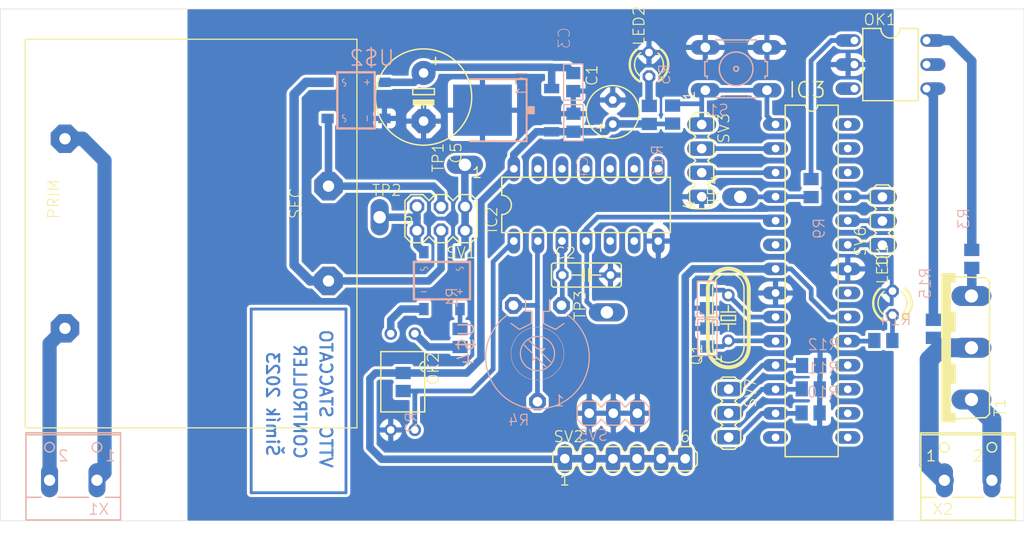
<source format=kicad_pcb>
(kicad_pcb (version 20240108) (generator "pcbnew") (generator_version "8.0")
  (layers (0 "F.Cu" signal) (31 "B.Cu" signal) (34 "B.Paste" user) (35 "F.Paste" user) (36 "B.SilkS" user "B.Silkscreen") (37 "F.SilkS" user "F.Silkscreen") (38 "B.Mask" user) (39 "F.Mask" user) (44 "Edge.Cuts" user))
  (net 0 "")
  (net 1 "N$1")
  (net 2 "N$2")
  (net 3 "N$3")
  (net 4 "N$4")
  (net 5 "+5V")
  (net 6 "GND")
  (net 7 "N$6")
  (net 8 "N$7")
  (net 9 "N$8")
  (net 10 "N$10")
  (net 11 "N$11")
  (net 12 "N$12")
  (net 13 "N$15")
  (net 14 "N$16")
  (net 15 "N$18")
  (net 16 "N$5")
  (net 17 "N$22")
  (net 18 "N$23")
  (net 19 "N$9")
  (net 20 "N$24")
  (net 21 "N$25")
  (net 22 "N$26")
  (net 23 "N$27")
  (net 24 "N$28")
  (net 25 "N$29")
  (net 26 "N$30")
  (net 27 "N$31")
  (net 28 "N$13")
  (net 29 "N$14")
  (net 30 "N$32")
  (net 31 "N$33")
  (net 32 "N$34")
  (net 33 "N$17")
  (net 34 "N$35")
  (net 35 "N$37")
  (net 36 "N$19")
  (net 37 "N$20")
  (net 38 "N$21")
  (footprint "staccato:MA03-1" (layer "F.Cu") (at 171.3481 120.6446 -90)
    (property "Reference" "SV7" (at -3.81 -1.651 90) (layer "F.SilkS") (effects (font (size 1.1557 1.1557) (thickness 0.1143)) (justify right top)))
    (property "Value" "")
    (fp_text user "1" (at -5.08 0.635 -90) (layer "F.SilkS") (effects (font (size 1.143 1.143) (thickness 0.127)) (justify left bottom)))
    (pad "1" thru_hole oval (at -2.54 0) (size 3.048 1.524) (drill 1.016) (layers "*.Cu" "*.Mask") (net 20 "N$24"))
    (pad "2" thru_hole oval (at 0 0) (size 3.048 1.524) (drill 1.016) (layers "*.Cu" "*.Mask") (net 21 "N$25"))
    (pad "3" thru_hole oval (at 2.54 0) (size 3.048 1.524) (drill 1.016) (layers "*.Cu" "*.Mask") (net 22 "N$26"))
  )
  (footprint "staccato:P1-13Y" (layer "F.Cu") (at 172.5741 97.8246 90)
    (property "Reference" "TP4" (at -0.889 -2.159 90) (layer "F.SilkS") (effects (font (size 1.1557 1.1557) (thickness 0.1143)) (justify left bottom)))
    (property "Value" "TPSQPAD1-13Y")
    (pad "TP" thru_hole oval (at 0 0 180) (size 3.81 1.905) (drill 1.3208) (layers "*.Cu" "*.Mask") (net 18 "N$23"))
  )
  (footprint "staccato:E5-10,5" (layer "F.Cu") (at 139.1611 87.2936 -90)
    (property "Reference" "C5" (at 4.699 -2.7432 90) (layer "F.SilkS") (effects (font (size 1.1557 1.1557) (thickness 0.1143)) (justify right top)))
    (property "Value" "470u")
    (pad "+" thru_hole circle (at -2.54 0 270) (size 2.54 2.54) (drill 1.016) (layers "*.Cu" "*.Mask") (net 13 "N$15"))
    (pad "-" thru_hole roundrect (at 2.54 0 270) (size 2.54 2.54) (drill 1.016) (layers "*.Cu" "*.Mask") (chamfer_ratio 0.2928932188) (chamfer top_left top_right bottom_left bottom_right) (net 6 "GND"))
  )
  (footprint "staccato:MA03-2" (layer "F.Cu") (at 141.0011 100.1206 180)
    (property "Reference" "SV1" (at -3.81 -2.921 0) (layer "F.SilkS") (effects (font (size 1.1557 1.1557) (thickness 0.1143)) (justify right top)))
    (property "Value" "")
    (fp_text user "1" (at -3.175 4.191 180) (layer "F.SilkS") (effects (font (size 1.143 1.143) (thickness 0.127)) (justify left bottom)))
    (fp_text user "6" (at 4.064 -0.635 180) (layer "F.SilkS") (effects (font (size 1.143 1.143) (thickness 0.127)) (justify left bottom)))
    (pad "1" thru_hole circle (at -2.54 1.27 180) (size 1.524 1.524) (drill 1.016) (layers "*.Cu" "*.Mask") (net 27 "N$31"))
    (pad "2" thru_hole roundrect (at -2.54 -1.27 180) (size 1.524 1.524) (drill 1.016) (layers "*.Cu" "*.Mask") (chamfer_ratio 0.2928932188) (chamfer top_left top_right bottom_left bottom_right) (net 27 "N$31"))
    (pad "3" thru_hole roundrect (at 0 1.27 180) (size 1.524 1.524) (drill 1.016) (layers "*.Cu" "*.Mask") (chamfer_ratio 0.2928932188) (chamfer top_left top_right bottom_left bottom_right) (net 1 "N$1"))
    (pad "4" thru_hole roundrect (at 0 -1.27 180) (size 1.524 1.524) (drill 1.016) (layers "*.Cu" "*.Mask") (chamfer_ratio 0.2928932188) (chamfer top_left top_right bottom_left bottom_right) (net 2 "N$2"))
    (pad "5" thru_hole roundrect (at 2.54 1.27 180) (size 1.524 1.524) (drill 1.016) (layers "*.Cu" "*.Mask") (chamfer_ratio 0.2928932188) (chamfer top_left top_right bottom_left bottom_right) (net 26 "N$30"))
    (pad "6" thru_hole roundrect (at 2.54 -1.27 180) (size 1.524 1.524) (drill 1.016) (layers "*.Cu" "*.Mask") (chamfer_ratio 0.2928932188) (chamfer top_left top_right bottom_left bottom_right) (net 26 "N$30"))
  )
  (footprint "staccato:DIL14" (layer "F.Cu") (at 156.3011 98.6756)
    (property "Reference" "IC2" (at -9.271 3.048 90) (layer "F.SilkS") (effects (font (size 1.1557 1.1557) (thickness 0.1143)) (justify left bottom)))
    (property "Value" "74HCT14N")
    (pad "1" thru_hole oval (at -7.62 3.81 90) (size 2.6416 1.3208) (drill 0.8128) (layers "*.Cu" "*.Mask") (net 7 "N$6"))
    (pad "2" thru_hole oval (at -5.08 3.81 90) (size 2.6416 1.3208) (drill 0.8128) (layers "*.Cu" "*.Mask") (net 11 "N$11"))
    (pad "3" thru_hole oval (at -2.54 3.81 90) (size 2.6416 1.3208) (drill 0.8128) (layers "*.Cu" "*.Mask") (net 12 "N$12"))
    (pad "4" thru_hole oval (at 0 3.81 90) (size 2.6416 1.3208) (drill 0.8128) (layers "*.Cu" "*.Mask") (net 31 "N$33"))
    (pad "5" thru_hole oval (at 2.54 3.81 90) (size 2.6416 1.3208) (drill 0.8128) (layers "*.Cu" "*.Mask"))
    (pad "6" thru_hole oval (at 5.08 3.81 90) (size 2.6416 1.3208) (drill 0.8128) (layers "*.Cu" "*.Mask"))
    (pad "7" thru_hole oval (at 7.62 3.81 90) (size 2.6416 1.3208) (drill 0.8128) (layers "*.Cu" "*.Mask") (net 6 "GND"))
    (pad "8" thru_hole oval (at 7.62 -3.81 90) (size 2.6416 1.3208) (drill 0.8128) (layers "*.Cu" "*.Mask"))
    (pad "9" thru_hole oval (at 5.08 -3.81 90) (size 2.6416 1.3208) (drill 0.8128) (layers "*.Cu" "*.Mask"))
    (pad "10" thru_hole oval (at 2.54 -3.81 90) (size 2.6416 1.3208) (drill 0.8128) (layers "*.Cu" "*.Mask"))
    (pad "11" thru_hole oval (at 0 -3.81 90) (size 2.6416 1.3208) (drill 0.8128) (layers "*.Cu" "*.Mask"))
    (pad "12" thru_hole oval (at -2.54 -3.81 90) (size 2.6416 1.3208) (drill 0.8128) (layers "*.Cu" "*.Mask"))
    (pad "13" thru_hole oval (at -5.08 -3.81 90) (size 2.6416 1.3208) (drill 0.8128) (layers "*.Cu" "*.Mask"))
    (pad "14" thru_hole oval (at -7.62 -3.81 90) (size 2.6416 1.3208) (drill 0.8128) (layers "*.Cu" "*.Mask") (net 5 "+5V"))
  )
  (footprint "staccato:W237-102" (layer "F.Cu") (at 196.6101 126.4576)
    (property "Reference" "X2" (at -3.8462 5.0038 0) (layer "F.SilkS") (effects (font (size 1.1557 1.1557) (thickness 0.1143)) (justify left bottom)))
    (property "Value" "")
    (fp_text user "2" (at 0.421 -0.635 0) (layer "F.SilkS") (effects (font (size 1.143 1.143) (thickness 0.127)) (justify left bottom)))
    (fp_text user "1" (at -4.532 -0.635 0) (layer "F.SilkS") (effects (font (size 1.143 1.143) (thickness 0.127)) (justify left bottom)))
    (pad "1" thru_hole oval (at -2.5 1.27 90) (size 3.5814 1.7907) (drill 1.1938) (layers "*.Cu" "*.Mask") (net 19 "N$9"))
    (pad "2" thru_hole oval (at 2.5 1.27 90) (size 3.5814 1.7907) (drill 1.1938) (layers "*.Cu" "*.Mask") (net 10 "N$10"))
  )
  (footprint "staccato:P1-13Y" (layer "F.Cu") (at 143.5201 94.4366 90)
    (property "Reference" "TP1" (at -0.889 -2.159 90) (layer "F.SilkS") (effects (font (size 1.1557 1.1557) (thickness 0.1143)) (justify left bottom)))
    (property "Value" "TPSQPAD1-13Y")
    (pad "TP" thru_hole oval (at 0 0 180) (size 3.81 1.905) (drill 1.3208) (layers "*.Cu" "*.Mask") (net 27 "N$31"))
  )
  (footprint "staccato:P1-13Y" (layer "F.Cu") (at 158.5011 110.0036 90)
    (property "Reference" "TP3" (at -0.889 -2.159 90) (layer "F.SilkS") (effects (font (size 1.1557 1.1557) (thickness 0.1143)) (justify left bottom)))
    (property "Value" "TPSQPAD1-13Y")
    (pad "TP" thru_hole oval (at 0 0 180) (size 3.81 1.905) (drill 1.3208) (layers "*.Cu" "*.Mask") (net 31 "N$33"))
  )
  (footprint "staccato:DIP4-400" (layer "F.Cu") (at 136.9681 117.3306 180)
    (property "Reference" "OK2" (at -2.54 3.175 90) (layer "F.SilkS") (effects (font (size 1.1557 1.1557) (thickness 0.1143)) (justify right top)))
    (property "Value" "SFH618A-3X006")
    (pad "1" thru_hole circle (at -1.27 5.08 180) (size 1.308 1.308) (drill 0.8) (layers "*.Cu" "*.Mask") (net 16 "N$5"))
    (pad "2" thru_hole circle (at 1.27 5.08 180) (size 1.308 1.308) (drill 0.8) (layers "*.Cu" "*.Mask") (net 29 "N$14"))
    (pad "3" thru_hole circle (at 1.27 -5.08 180) (size 1.308 1.308) (drill 0.8) (layers "*.Cu" "*.Mask") (net 6 "GND"))
    (pad "4" thru_hole circle (at -1.27 -5.08 180) (size 1.308 1.308) (drill 0.8) (layers "*.Cu" "*.Mask") (net 7 "N$6"))
  )
  (footprint "staccato:TOP3S-1" (layer "F.Cu") (at 193.7831 113.7426 90)
    (property "Reference" "T1" (at -7.366 6.858 90) (layer "F.SilkS") (effects (font (size 1.1557 1.1557) (thickness 0.1143)) (justify left bottom)))
    (property "Value" "BTA26-V")
    (pad "A1" thru_hole oval (at -5.461 3.175 180) (size 4.191 2.0955) (drill 1.397) (layers "*.Cu" "*.Mask") (net 10 "N$10"))
    (pad "A2" thru_hole oval (at 0 3.175 180) (size 4.191 2.0955) (drill 1.397) (layers "*.Cu" "*.Mask") (net 19 "N$9"))
    (pad "G" thru_hole oval (at 5.461 3.175 180) (size 4.191 2.0955) (drill 1.397) (layers "*.Cu" "*.Mask") (net 9 "N$8"))
  )
  (footprint "staccato:DIL06" (layer "F.Cu") (at 188.4181 83.8666 -90)
    (property "Reference" "OK1" (at -4.064 2.921 0) (layer "F.SilkS") (effects (font (size 1.1557 1.1557) (thickness 0.1143)) (justify left bottom)))
    (property "Value" "MOC3021M")
    (pad "1" thru_hole oval (at -2.54 3.81 180) (size 2.6416 1.3208) (drill 0.8128 (offset 0.6604 0)) (layers "*.Cu" "*.Mask") (net 17 "N$22"))
    (pad "2" thru_hole oval (at 0 3.81 180) (size 2.6416 1.3208) (drill 0.8128 (offset 0.6604 0)) (layers "*.Cu" "*.Mask") (net 6 "GND"))
    (pad "3" thru_hole oval (at 2.54 3.81 180) (size 2.6416 1.3208) (drill 0.8128 (offset 0.6604 0)) (layers "*.Cu" "*.Mask"))
    (pad "4" thru_hole oval (at 2.54 -3.81) (size 2.6416 1.3208) (drill 0.8128 (offset 0.6604 0)) (layers "*.Cu" "*.Mask") (net 32 "N$34"))
    (pad "5" thru_hole oval (at 0 -3.81) (size 2.6416 1.3208) (drill 0.8128 (offset 0.6604 0)) (layers "*.Cu" "*.Mask"))
    (pad "6" thru_hole oval (at -2.54 -3.81) (size 2.6416 1.3208) (drill 0.8128 (offset 0.6604 0)) (layers "*.Cu" "*.Mask") (net 8 "N$7"))
  )
  (footprint "staccato:TRAFO" (layer "F.Cu") (at 97.1311 81.1936 -90)
    (property "Reference" "U$1" (hide yes))
    (property "Value" "TRAFO" (hide yes))
    (fp_text user "SEC" (at 19.05 -29.21 -90) (layer "F.SilkS") (effects (font (size 1.1684 1.1684) (thickness 0.1016)) (justify left bottom)))
    (fp_text user "PRIM" (at 19.05 -3.683 -90) (layer "F.SilkS") (effects (font (size 1.1684 1.1684) (thickness 0.1016)) (justify left bottom)))
    (pad "P$1" thru_hole roundrect (at 10.5 -4.2 270) (size 3 3) (drill 1.2) (layers "*.Cu" "*.Mask") (chamfer_ratio 0.2928932188) (chamfer top_left top_right bottom_left bottom_right) (net 3 "N$3"))
    (pad "P$2" thru_hole roundrect (at 30.5 -4.2 270) (size 3 3) (drill 1.2) (layers "*.Cu" "*.Mask") (chamfer_ratio 0.2928932188) (chamfer top_left top_right bottom_left bottom_right) (net 4 "N$4"))
    (pad "P$3" thru_hole roundrect (at 15.5 -32 270) (size 3 3) (drill 1.2) (layers "*.Cu" "*.Mask") (chamfer_ratio 0.2928932188) (chamfer top_left top_right bottom_left bottom_right) (net 1 "N$1"))
    (pad "P$4" thru_hole roundrect (at 25.5 -32 270) (size 3 3) (drill 1.2) (layers "*.Cu" "*.Mask") (chamfer_ratio 0.2928932188) (chamfer top_left top_right bottom_left bottom_right) (net 2 "N$2"))
  )
  (footprint "staccato:HC49_S" (layer "F.Cu") (at 171.3121 110.5996 90)
    (property "Reference" "Q1" (at -5.08 -2.667 90) (layer "F.SilkS") (effects (font (size 1.1557 1.1557) (thickness 0.1143)) (justify left bottom)))
    (property "Value" "")
    (pad "1" thru_hole circle (at -2.413 0 90) (size 1.3208 1.3208) (drill 0.8128) (layers "*.Cu" "*.Mask") (net 15 "N$18"))
    (pad "2" thru_hole circle (at 2.413 0 90) (size 1.3208 1.3208) (drill 0.8128) (layers "*.Cu" "*.Mask") (net 14 "N$16"))
  )
  (footprint "staccato:MA06-1" (layer "F.Cu") (at 160.4131 125.4466)
    (property "Reference" "SV2" (at -7.62 -1.651 0) (layer "F.SilkS") (effects (font (size 1.1557 1.1557) (thickness 0.1143)) (justify left bottom)))
    (property "Value" "")
    (fp_text user "6" (at 5.715 -1.651 0) (layer "F.SilkS") (effects (font (size 1.143 1.143) (thickness 0.127)) (justify left bottom)))
    (fp_text user "1" (at -6.985 2.921 0) (layer "F.SilkS") (effects (font (size 1.143 1.143) (thickness 0.127)) (justify left bottom)))
    (pad "1" thru_hole oval (at -6.35 0 90) (size 3.048 1.524) (drill 1.016) (layers "*.Cu" "*.Mask") (net 5 "+5V"))
    (pad "2" thru_hole oval (at -3.81 0 90) (size 3.048 1.524) (drill 1.016) (layers "*.Cu" "*.Mask") (net 5 "+5V"))
    (pad "3" thru_hole oval (at -1.27 0 90) (size 3.048 1.524) (drill 1.016) (layers "*.Cu" "*.Mask") (net 5 "+5V"))
    (pad "4" thru_hole oval (at 1.27 0 90) (size 3.048 1.524) (drill 1.016) (layers "*.Cu" "*.Mask") (net 5 "+5V"))
    (pad "5" thru_hole oval (at 3.81 0 90) (size 3.048 1.524) (drill 1.016) (layers "*.Cu" "*.Mask") (net 5 "+5V"))
    (pad "6" thru_hole oval (at 6.35 0 90) (size 3.048 1.524) (drill 1.016) (layers "*.Cu" "*.Mask") (net 5 "+5V"))
  )
  (footprint "staccato:LED3MM" (layer "F.Cu") (at 162.9411 83.8636 90)
    (property "Reference" "LED2" (at 1.905 -0.381 90) (layer "F.SilkS") (effects (font (size 1.1557 1.1557) (thickness 0.1143)) (justify left bottom)))
    (property "Value" "")
    (pad "A" thru_hole roundrect (at -1.27 0 90) (size 1.3208 1.3208) (drill 0.8128) (layers "*.Cu" "*.Mask") (chamfer_ratio 0.2928932188) (chamfer top_left top_right bottom_left bottom_right) (net 23 "N$27"))
    (pad "K" thru_hole roundrect (at 1.27 0 90) (size 1.3208 1.3208) (drill 0.8128) (layers "*.Cu" "*.Mask") (chamfer_ratio 0.2928932188) (chamfer top_left top_right bottom_left bottom_right) (net 6 "GND"))
  )
  (footprint "staccato:P1-13Y" (layer "F.Cu") (at 134.5241 99.9716)
    (property "Reference" "TP2" (at -0.889 -2.159 0) (layer "F.SilkS") (effects (font (size 1.1557 1.1557) (thickness 0.1143)) (justify left bottom)))
    (property "Value" "TPSQPAD1-13Y")
    (pad "TP" thru_hole oval (at 0 0 90) (size 3.81 1.905) (drill 1.3208) (layers "*.Cu" "*.Mask") (net 26 "N$30"))
  )
  (footprint "staccato:C050-025X075" (layer "F.Cu") (at 156.3371 106.0716)
    (property "Reference" "C2" (at -3.429 -1.651 0) (layer "F.SilkS") (effects (font (size 1.1557 1.1557) (thickness 0.1143)) (justify left bottom)))
    (property "Value" "100n")
    (pad "1" thru_hole roundrect (at -2.54 0) (size 1.3208 1.3208) (drill 0.8128) (layers "*.Cu" "*.Mask") (chamfer_ratio 0.2928932188) (chamfer top_left top_right bottom_left bottom_right) (net 12 "N$12"))
    (pad "2" thru_hole roundrect (at 2.54 0) (size 1.3208 1.3208) (drill 0.8128) (layers "*.Cu" "*.Mask") (chamfer_ratio 0.2928932188) (chamfer top_left top_right bottom_left bottom_right) (net 6 "GND"))
  )
  (footprint "staccato:MA04-1" (layer "F.Cu") (at 168.5011 94.0036 -90)
    (property "Reference" "SV3" (at -5.08 -1.651 90) (layer "F.SilkS") (effects (font (size 1.1557 1.1557) (thickness 0.1143)) (justify right top)))
    (property "Value" "")
    (fp_text user "4" (at 5.334 0.635 -90) (layer "F.SilkS") (effects (font (size 1.143 1.143) (thickness 0.127)) (justify left bottom)))
    (fp_text user "1" (at -6.223 0.635 -90) (layer "F.SilkS") (effects (font (size 1.143 1.143) (thickness 0.127)) (justify left bottom)))
    (pad "1" thru_hole oval (at -3.81 0) (size 3.048 1.524) (drill 1.016) (layers "*.Cu" "*.Mask") (net 33 "N$17"))
    (pad "2" thru_hole oval (at -1.27 0) (size 3.048 1.524) (drill 1.016) (layers "*.Cu" "*.Mask") (net 34 "N$35"))
    (pad "3" thru_hole oval (at 1.27 0) (size 3.048 1.524) (drill 1.016) (layers "*.Cu" "*.Mask") (net 35 "N$37"))
    (pad "4" thru_hole oval (at 3.81 0) (size 3.048 1.524) (drill 1.016) (layers "*.Cu" "*.Mask") (net 6 "GND"))
  )
  (footprint "staccato:E2,5-6" (layer "F.Cu") (at 159.1201 88.8766 90)
    (property "Reference" "C1" (at 2.667 -1.524 90) (layer "F.SilkS") (effects (font (size 1.1557 1.1557) (thickness 0.1143)) (justify left bottom)))
    (property "Value" "47u")
    (pad "+" thru_hole circle (at -1.27 0 90) (size 1.6002 1.6002) (drill 0.8128) (layers "*.Cu" "*.Mask") (net 5 "+5V"))
    (pad "-" thru_hole roundrect (at 1.27 0 90) (size 1.6002 1.6002) (drill 0.8128) (layers "*.Cu" "*.Mask") (chamfer_ratio 0.2928932188) (chamfer top_left top_right bottom_left bottom_right) (net 6 "GND"))
  )
  (footprint "staccato:MA03-1" (layer "F.Cu") (at 187.5621 100.3746 90)
    (property "Reference" "SV6" (at -3.81 -1.651 90) (layer "F.SilkS") (effects (font (size 1.1557 1.1557) (thickness 0.1143)) (justify left bottom)))
    (property "Value" "")
    (fp_text user "1" (at -5.08 0.635 90) (layer "F.SilkS") (effects (font (size 1.143 1.143) (thickness 0.127)) (justify left bottom)))
    (pad "1" thru_hole oval (at -2.54 0 180) (size 3.048 1.524) (drill 1.016) (layers "*.Cu" "*.Mask") (net 36 "N$19"))
    (pad "2" thru_hole oval (at 0 0 180) (size 3.048 1.524) (drill 1.016) (layers "*.Cu" "*.Mask") (net 37 "N$20"))
    (pad "3" thru_hole oval (at 2.54 0 180) (size 3.048 1.524) (drill 1.016) (layers "*.Cu" "*.Mask") (net 38 "N$21"))
  )
  (footprint "staccato:LED3MM" (layer "F.Cu") (at 188.6271 109.0336 90)
    (property "Reference" "LED1" (at 1.905 -0.381 90) (layer "F.SilkS") (effects (font (size 1.1557 1.1557) (thickness 0.1143)) (justify left bottom)))
    (property "Value" "")
    (pad "A" thru_hole roundrect (at -1.27 0 90) (size 1.3208 1.3208) (drill 0.8128) (layers "*.Cu" "*.Mask") (chamfer_ratio 0.2928932188) (chamfer top_left top_right bottom_left bottom_right) (net 25 "N$29"))
    (pad "K" thru_hole roundrect (at 1.27 0 90) (size 1.3208 1.3208) (drill 0.8128) (layers "*.Cu" "*.Mask") (chamfer_ratio 0.2928932188) (chamfer top_left top_right bottom_left bottom_right) (net 6 "GND"))
  )
  (footprint "staccato:DIL28-3" (layer "F.Cu") (at 180.1011 106.6936 -90)
    (property "Reference" "IC3" (at -19.2024 2.54 0) (layer "F.SilkS") (effects (font (size 1.61798 1.61798) (thickness 0.16002)) (justify left bottom)))
    (property "Value" "MEGA8-P")
    (pad "1" thru_hole oval (at -16.51 3.81) (size 2.6416 1.3208) (drill 0.8128) (layers "*.Cu" "*.Mask") (net 33 "N$17"))
    (pad "2" thru_hole oval (at -13.97 3.81) (size 2.6416 1.3208) (drill 0.8128) (layers "*.Cu" "*.Mask") (net 34 "N$35"))
    (pad "3" thru_hole oval (at -11.43 3.81) (size 2.6416 1.3208) (drill 0.8128) (layers "*.Cu" "*.Mask") (net 35 "N$37"))
    (pad "4" thru_hole oval (at -8.89 3.81) (size 2.6416 1.3208) (drill 0.8128) (layers "*.Cu" "*.Mask") (net 18 "N$23"))
    (pad "5" thru_hole oval (at -6.35 3.81) (size 2.6416 1.3208) (drill 0.8128) (layers "*.Cu" "*.Mask") (net 31 "N$33"))
    (pad "6" thru_hole oval (at -3.81 3.81) (size 2.6416 1.3208) (drill 0.8128) (layers "*.Cu" "*.Mask"))
    (pad "7" thru_hole oval (at -1.27 3.81) (size 2.6416 1.3208) (drill 0.8128) (layers "*.Cu" "*.Mask") (net 5 "+5V"))
    (pad "8" thru_hole oval (at 1.27 3.81) (size 2.6416 1.3208) (drill 0.8128) (layers "*.Cu" "*.Mask") (net 6 "GND"))
    (pad "9" thru_hole oval (at 3.81 3.81) (size 2.6416 1.3208) (drill 0.8128) (layers "*.Cu" "*.Mask") (net 14 "N$16"))
    (pad "10" thru_hole oval (at 6.35 3.81) (size 2.6416 1.3208) (drill 0.8128) (layers "*.Cu" "*.Mask") (net 15 "N$18"))
    (pad "11" thru_hole oval (at 8.89 3.81) (size 2.6416 1.3208) (drill 0.8128) (layers "*.Cu" "*.Mask") (net 20 "N$24"))
    (pad "12" thru_hole oval (at 11.43 3.81) (size 2.6416 1.3208) (drill 0.8128) (layers "*.Cu" "*.Mask") (net 21 "N$25"))
    (pad "13" thru_hole oval (at 13.97 3.81) (size 2.6416 1.3208) (drill 0.8128) (layers "*.Cu" "*.Mask") (net 22 "N$26"))
    (pad "14" thru_hole oval (at 16.51 3.81) (size 2.6416 1.3208) (drill 0.8128) (layers "*.Cu" "*.Mask"))
    (pad "15" thru_hole oval (at 16.51 -3.81) (size 2.6416 1.3208) (drill 0.8128) (layers "*.Cu" "*.Mask"))
    (pad "16" thru_hole oval (at 13.97 -3.81) (size 2.6416 1.3208) (drill 0.8128) (layers "*.Cu" "*.Mask"))
    (pad "17" thru_hole oval (at 11.43 -3.81) (size 2.6416 1.3208) (drill 0.8128) (layers "*.Cu" "*.Mask"))
    (pad "18" thru_hole oval (at 8.89 -3.81) (size 2.6416 1.3208) (drill 0.8128) (layers "*.Cu" "*.Mask"))
    (pad "19" thru_hole oval (at 6.35 -3.81) (size 2.6416 1.3208) (drill 0.8128) (layers "*.Cu" "*.Mask") (net 24 "N$28"))
    (pad "20" thru_hole oval (at 3.81 -3.81) (size 2.6416 1.3208) (drill 0.8128) (layers "*.Cu" "*.Mask") (net 5 "+5V"))
    (pad "21" thru_hole oval (at 1.27 -3.81) (size 2.6416 1.3208) (drill 0.8128) (layers "*.Cu" "*.Mask"))
    (pad "22" thru_hole oval (at -1.27 -3.81) (size 2.6416 1.3208) (drill 0.8128) (layers "*.Cu" "*.Mask") (net 6 "GND"))
    (pad "23" thru_hole oval (at -3.81 -3.81) (size 2.6416 1.3208) (drill 0.8128) (layers "*.Cu" "*.Mask") (net 36 "N$19"))
    (pad "24" thru_hole oval (at -6.35 -3.81) (size 2.6416 1.3208) (drill 0.8128) (layers "*.Cu" "*.Mask") (net 37 "N$20"))
    (pad "25" thru_hole oval (at -8.89 -3.81) (size 2.6416 1.3208) (drill 0.8128) (layers "*.Cu" "*.Mask") (net 38 "N$21"))
    (pad "26" thru_hole oval (at -11.43 -3.81) (size 2.6416 1.3208) (drill 0.8128) (layers "*.Cu" "*.Mask"))
    (pad "27" thru_hole oval (at -13.97 -3.81) (size 2.6416 1.3208) (drill 0.8128) (layers "*.Cu" "*.Mask"))
    (pad "28" thru_hole oval (at -16.51 -3.81) (size 2.6416 1.3208) (drill 0.8128) (layers "*.Cu" "*.Mask"))
  )
  (footprint "staccato:M0805" (layer "B.Cu") (at 192.9421 111.7466 -90)
    (property "Reference" "R15" (at -3.048 1.524 90) (layer "B.SilkS") (effects (font (size 1.15316 1.15316) (thickness 0.11684)) (justify right top mirror)))
    (property "Value" "10k")
    (pad "1" smd rect (at -0.95 0 270) (size 1.3 1.6) (layers "B.Cu" "B.Paste" "B.Mask") (net 32 "N$34"))
    (pad "2" smd rect (at 0.95 0 270) (size 1.3 1.6) (layers "B.Cu" "B.Paste" "B.Mask") (net 19 "N$9"))
  )
  (footprint "staccato:M0805" (layer "B.Cu") (at 196.9931 104.3706 -90)
    (property "Reference" "R3" (at -3.048 1.524 90) (layer "B.SilkS") (effects (font (size 1.15316 1.15316) (thickness 0.11684)) (justify right top mirror)))
    (property "Value" "100R")
    (pad "1" smd rect (at -0.95 0 270) (size 1.3 1.6) (layers "B.Cu" "B.Paste" "B.Mask") (net 8 "N$7"))
    (pad "2" smd rect (at 0.95 0 270) (size 1.3 1.6) (layers "B.Cu" "B.Paste" "B.Mask") (net 9 "N$8"))
  )
  (footprint "staccato:M0805" (layer "B.Cu") (at 162.9761 89.1806 90)
    (property "Reference" "R13" (at -3.048 1.524 90) (layer "B.SilkS") (effects (font (size 1.15316 1.15316) (thickness 0.11684)) (justify left bottom mirror)))
    (property "Value" "470R")
    (pad "1" smd rect (at -0.95 0 90) (size 1.3 1.6) (layers "B.Cu" "B.Paste" "B.Mask") (net 5 "+5V"))
    (pad "2" smd rect (at 0.95 0 90) (size 1.3 1.6) (layers "B.Cu" "B.Paste" "B.Mask") (net 23 "N$27"))
  )
  (footprint "staccato:M0805" (layer "B.Cu") (at 137.0081 117.3556 90)
    (property "Reference" "R2" (at -3.048 1.524 90) (layer "B.SilkS") (effects (font (size 1.15316 1.15316) (thickness 0.11684)) (justify left bottom mirror)))
    (property "Value" "1k")
    (pad "1" smd rect (at -0.95 0 90) (size 1.3 1.6) (layers "B.Cu" "B.Paste" "B.Mask") (net 7 "N$6"))
    (pad "2" smd rect (at 0.95 0 90) (size 1.3 1.6) (layers "B.Cu" "B.Paste" "B.Mask") (net 5 "+5V"))
  )
  (footprint "staccato:C0805" (layer "B.Cu") (at 154.9731 90.0006 90)
    (property "Reference" "C4" (at -3.429 1.651 90) (layer "B.SilkS") (effects (font (size 1.195222 1.195222) (thickness 0.074778)) (justify left bottom mirror)))
    (property "Value" "100n")
    (pad "1" smd rect (at -0.95 0 90) (size 1.3 1.5) (layers "B.Cu" "B.Paste" "B.Mask") (net 5 "+5V"))
    (pad "2" smd rect (at 0.95 0 90) (size 1.3 1.5) (layers "B.Cu" "B.Paste" "B.Mask") (net 6 "GND"))
  )
  (footprint "staccato:M0805" (layer "B.Cu") (at 180.0391 115.6136 180)
    (property "Reference" "R12" (at -3.048 1.524 0) (layer "B.SilkS") (effects (font (size 1.15316 1.15316) (thickness 0.11684)) (justify left bottom mirror)))
    (property "Value" "10k")
    (pad "1" smd rect (at -0.95 0 180) (size 1.3 1.6) (layers "B.Cu" "B.Paste" "B.Mask") (net 6 "GND"))
    (pad "2" smd rect (at 0.95 0 180) (size 1.3 1.6) (layers "B.Cu" "B.Paste" "B.Mask") (net 20 "N$24"))
  )
  (footprint "staccato:TO252" (layer "B.Cu") (at 147.8741 88.6806 -90)
    (property "Reference" "IC1" (at -1.27 -0.9652 90) (layer "B.SilkS") (effects (font (size 1.15316 1.15316) (thickness 0.11684)) (justify right top mirror)))
    (property "Value" "7805DT")
    (pad "1" smd rect (at -2.28 -4.8 270) (size 1 1.6) (layers "B.Cu" "B.Paste" "B.Mask") (net 13 "N$15"))
    (pad "2" smd rect (at 2.28 -4.8 270) (size 1 1.6) (layers "B.Cu" "B.Paste" "B.Mask") (net 5 "+5V"))
    (pad "3" smd rect (at 0 2.5 270) (size 5.4 6.2) (layers "B.Cu" "B.Paste" "B.Mask") (net 6 "GND"))
  )
  (footprint "staccato:RECTIFIER" (layer "B.Cu") (at 132.0361 87.6446 -90)
    (property "Reference" "U$2" (at -3.52 -4.175 180) (layer "B.SilkS") (effects (font (size 1.61798 1.61798) (thickness 0.16002)) (justify left bottom mirror)))
    (property "Value" "RECTIFIER")
    (pad "+" smd rect (at -1.905 -3 270) (size 1 1.3) (layers "B.Cu" "B.Paste" "B.Mask") (net 13 "N$15"))
    (pad "-" smd rect (at 1.905 -3 270) (size 1 1.3) (layers "B.Cu" "B.Paste" "B.Mask") (net 6 "GND"))
    (pad "AC1" smd rect (at -1.905 3 90) (size 1 1.3) (layers "B.Cu" "B.Paste" "B.Mask") (net 2 "N$2"))
    (pad "AC2" smd rect (at 1.905 3 90) (size 1 1.3) (layers "B.Cu" "B.Paste" "B.Mask") (net 1 "N$1"))
  )
  (footprint "staccato:C0805" (layer "B.Cu") (at 169.0561 108.6186 90)
    (property "Reference" "C6" (at -1.27 1.27 90) (layer "B.SilkS") (effects (font (size 0.752978 0.752978) (thickness 0.059822)) (justify left bottom mirror)))
    (property "Value" "22p")
    (pad "1" smd rect (at -0.95 0 90) (size 1.3 1.5) (layers "B.Cu" "B.Paste" "B.Mask") (net 6 "GND"))
    (pad "2" smd rect (at 0.95 0 90) (size 1.3 1.5) (layers "B.Cu" "B.Paste" "B.Mask") (net 14 "N$16"))
  )
  (footprint "staccato:M0805" (layer "B.Cu") (at 180.0401 96.8976 90)
    (property "Reference" "R9" (at -3.048 1.524 90) (layer "B.SilkS") (effects (font (size 1.15316 1.15316) (thickness 0.11684)) (justify left bottom mirror)))
    (property "Value" "1k")
    (pad "1" smd rect (at -0.95 0 90) (size 1.3 1.6) (layers "B.Cu" "B.Paste" "B.Mask") (net 18 "N$23"))
    (pad "2" smd rect (at 0.95 0 90) (size 1.3 1.6) (layers "B.Cu" "B.Paste" "B.Mask") (net 17 "N$22"))
  )
  (footprint "staccato:PT-10" (layer "B.Cu") (at 151.1761 114.3526)
    (property "Reference" "R4" (at -3.175 6.35 0) (layer "B.SilkS") (effects (font (size 1.1557 1.1557) (thickness 0.1143)) (justify right top mirror)))
    (property "Value" "5k")
    (pad "1" thru_hole roundrect (at -2.54 -5.08) (size 1.778 1.778) (drill 1.016) (layers "*.Cu" "*.Mask") (chamfer_ratio 0.2928932188) (chamfer top_left top_right bottom_left bottom_right) (net 11 "N$11"))
    (pad "2" thru_hole roundrect (at 2.54 -5.08) (size 1.778 1.778) (drill 1.016) (layers "*.Cu" "*.Mask") (chamfer_ratio 0.2928932188) (chamfer top_left top_right bottom_left bottom_right) (net 12 "N$12"))
    (pad "3" thru_hole roundrect (at 0 5.08) (size 1.778 1.778) (drill 1.016) (layers "*.Cu" "*.Mask") (chamfer_ratio 0.2928932188) (chamfer top_left top_right bottom_left bottom_right) (net 11 "N$11"))
  )
  (footprint "staccato:MA03-1" (layer "B.Cu") (at 159.1761 120.6476)
    (property "Reference" "SV5" (at -3.81 1.651 0) (layer "B.SilkS") (effects (font (size 1.1557 1.1557) (thickness 0.1143)) (justify right top mirror)))
    (property "Value" "")
    (fp_text user "1" (at -5.08 -0.635 180) (layer "B.SilkS") (effects (font (size 1.143 1.143) (thickness 0.127)) (justify left bottom mirror)))
    (pad "1" thru_hole oval (at -2.54 0 270) (size 3.048 1.524) (drill 1.016) (layers "*.Cu" "*.Mask") (net 6 "GND"))
    (pad "2" thru_hole oval (at 0 0 270) (size 3.048 1.524) (drill 1.016) (layers "*.Cu" "*.Mask") (net 6 "GND"))
    (pad "3" thru_hole oval (at 2.54 0 270) (size 3.048 1.524) (drill 1.016) (layers "*.Cu" "*.Mask") (net 6 "GND"))
  )
  (footprint "staccato:M0805" (layer "B.Cu") (at 187.6621 112.9766 180)
    (property "Reference" "R14" (at -3.048 1.524 0) (layer "B.SilkS") (effects (font (size 1.15316 1.15316) (thickness 0.11684)) (justify left bottom mirror)))
    (property "Value" "470R")
    (pad "1" smd rect (at -0.95 0 180) (size 1.3 1.6) (layers "B.Cu" "B.Paste" "B.Mask") (net 25 "N$29"))
    (pad "2" smd rect (at 0.95 0 180) (size 1.3 1.6) (layers "B.Cu" "B.Paste" "B.Mask") (net 24 "N$28"))
  )
  (footprint "staccato:M0805" (layer "B.Cu") (at 165.4311 89.1436 -90)
    (property "Reference" "R5" (at -3.048 1.524 90) (layer "B.SilkS") (effects (font (size 1.15316 1.15316) (thickness 0.11684)) (justify right top mirror)))
    (property "Value" "10k")
    (pad "1" smd rect (at -0.95 0 270) (size 1.3 1.6) (layers "B.Cu" "B.Paste" "B.Mask") (net 33 "N$17"))
    (pad "2" smd rect (at 0.95 0 270) (size 1.3 1.6) (layers "B.Cu" "B.Paste" "B.Mask") (net 5 "+5V"))
  )
  (footprint "staccato:RECTIFIER" (layer "B.Cu") (at 141.0951 106.6596 180)
    (property "Reference" "U$4" (at -3.52 -4.175 -90) (layer "B.SilkS") (effects (font (size 1.61798 1.61798) (thickness 0.16002)) (justify left bottom mirror)))
    (property "Value" "RECTIFIER")
    (pad "+" smd rect (at -1.905 -3 180) (size 1 1.3) (layers "B.Cu" "B.Paste" "B.Mask") (net 28 "N$13"))
    (pad "-" smd rect (at 1.905 -3 180) (size 1 1.3) (layers "B.Cu" "B.Paste" "B.Mask") (net 29 "N$14"))
    (pad "AC1" smd rect (at -1.905 3) (size 1 1.3) (layers "B.Cu" "B.Paste" "B.Mask") (net 27 "N$31"))
    (pad "AC2" smd rect (at 1.905 3) (size 1 1.3) (layers "B.Cu" "B.Paste" "B.Mask") (net 26 "N$30"))
  )
  (footprint "staccato:B3F-10XX" (layer "B.Cu") (at 172.1331 84.3166)
    (property "Reference" "S1" (at -3.048 3.683 0) (layer "B.SilkS") (effects (font (size 1.1557 1.1557) (thickness 0.1143)) (justify right top mirror)))
    (property "Value" "")
    (pad "1" thru_hole oval (at -3.2512 2.2606) (size 3.048 1.524) (drill 1.016) (layers "*.Cu" "*.Mask") (net 33 "N$17"))
    (pad "2" thru_hole oval (at 3.2512 2.2606) (size 3.048 1.524) (drill 1.016) (layers "*.Cu" "*.Mask") (net 33 "N$17"))
    (pad "3" thru_hole oval (at -3.2512 -2.2606) (size 3.048 1.524) (drill 1.016) (layers "*.Cu" "*.Mask") (net 6 "GND"))
    (pad "4" thru_hole oval (at 3.2512 -2.2606) (size 3.048 1.524) (drill 1.016) (layers "*.Cu" "*.Mask") (net 6 "GND"))
  )
  (footprint "staccato:M0805" (layer "B.Cu") (at 143.0101 112.7136 -90)
    (property "Reference" "R1" (at -3.048 1.524 90) (layer "B.SilkS") (effects (font (size 1.15316 1.15316) (thickness 0.11684)) (justify right top mirror)))
    (property "Value" "1k")
    (pad "1" smd rect (at -0.95 0 270) (size 1.3 1.6) (layers "B.Cu" "B.Paste" "B.Mask") (net 28 "N$13"))
    (pad "2" smd rect (at 0.95 0 270) (size 1.3 1.6) (layers "B.Cu" "B.Paste" "B.Mask") (net 16 "N$5"))
  )
  (footprint "staccato:C0805" (layer "B.Cu") (at 169.0981 112.6616 -90)
    (property "Reference" "C7" (at -1.27 1.27 90) (layer "B.SilkS") (effects (font (size 0.752978 0.752978) (thickness 0.059822)) (justify right top mirror)))
    (property "Value" "22p")
    (pad "1" smd rect (at -0.95 0 270) (size 1.3 1.5) (layers "B.Cu" "B.Paste" "B.Mask") (net 6 "GND"))
    (pad "2" smd rect (at 0.95 0 270) (size 1.3 1.5) (layers "B.Cu" "B.Paste" "B.Mask") (net 15 "N$18"))
  )
  (footprint "staccato:M0805" (layer "B.Cu") (at 179.9891 120.6186 180)
    (property "Reference" "R10" (at -3.048 1.524 0) (layer "B.SilkS") (effects (font (size 1.15316 1.15316) (thickness 0.11684)) (justify left bottom mirror)))
    (property "Value" "10k")
    (pad "1" smd rect (at -0.95 0 180) (size 1.3 1.6) (layers "B.Cu" "B.Paste" "B.Mask") (net 6 "GND"))
    (pad "2" smd rect (at 0.95 0 180) (size 1.3 1.6) (layers "B.Cu" "B.Paste" "B.Mask") (net 22 "N$26"))
  )
  (footprint "staccato:W237-102" (layer "B.Cu") (at 102.2051 126.4466 180)
    (property "Reference" "X1" (at -3.8462 -5.0038 0) (layer "B.SilkS") (effects (font (size 1.1557 1.1557) (thickness 0.1143)) (justify left bottom mirror)))
    (property "Value" "")
    (fp_text user "1" (at -4.532 0.635 0) (layer "B.SilkS") (effects (font (size 1.143 1.143) (thickness 0.127)) (justify left bottom mirror)))
    (fp_text user "2" (at 0.421 0.635 0) (layer "B.SilkS") (effects (font (size 1.143 1.143) (thickness 0.127)) (justify left bottom mirror)))
    (pad "1" thru_hole oval (at -2.5 -1.27 90) (size 3.5814 1.7907) (drill 1.1938) (layers "*.Cu" "*.Mask") (net 3 "N$3"))
    (pad "2" thru_hole oval (at 2.5 -1.27 90) (size 3.5814 1.7907) (drill 1.1938) (layers "*.Cu" "*.Mask") (net 4 "N$4"))
  )
  (footprint "staccato:C0805" (layer "B.Cu") (at 154.9471 85.7156 -90)
    (property "Reference" "C3" (at -3.429 1.651 90) (layer "B.SilkS") (effects (font (size 1.195222 1.195222) (thickness 0.074778)) (justify right top mirror)))
    (property "Value" "100n")
    (pad "1" smd rect (at -0.95 0 270) (size 1.3 1.5) (layers "B.Cu" "B.Paste" "B.Mask") (net 13 "N$15"))
    (pad "2" smd rect (at 0.95 0 270) (size 1.3 1.5) (layers "B.Cu" "B.Paste" "B.Mask") (net 6 "GND"))
  )
  (footprint "staccato:M0805" (layer "B.Cu") (at 180.0061 118.0756 180)
    (property "Reference" "R11" (at -3.048 1.524 0) (layer "B.SilkS") (effects (font (size 1.15316 1.15316) (thickness 0.11684)) (justify left bottom mirror)))
    (property "Value" "10k")
    (pad "1" smd rect (at -0.95 0 180) (size 1.3 1.6) (layers "B.Cu" "B.Paste" "B.Mask") (net 6 "GND"))
    (pad "2" smd rect (at 0.95 0 180) (size 1.3 1.6) (layers "B.Cu" "B.Paste" "B.Mask") (net 21 "N$25"))
  )
  (gr_line (start 94.5011 132.0036) (end 202.5011 132.0036) (stroke (width 0.05)) (layer "Edge.Cuts"))
  (gr_line (start 202.5011 78.0036) (end 94.5011 78.0036) (stroke (width 0.05)) (layer "Edge.Cuts"))
  (gr_line (start 94.5011 78.0036) (end 94.5011 132.0036) (stroke (width 0.05)) (layer "Edge.Cuts"))
  (gr_line (start 202.5011 132.0036) (end 202.5011 78.0036) (stroke (width 0.05)) (layer "Edge.Cuts"))
  (gr_text "VTTC STACCATO" (at 129.5941 111.7206 -90) (layer "B.Cu") (effects (font (size 1.275 1.275) (thickness 0.225)) (justify right top mirror)))
  (gr_text "CONTROLLER" (at 126.8481 113.2766 -90) (layer "B.Cu") (effects (font (size 1.275 1.275) (thickness 0.225)) (justify right top mirror)))
  (gr_text "Šimík 2023" (at 123.9751 114.0386 -90) (layer "B.Cu") (effects (font (size 1.275 1.275) (thickness 0.225)) (justify right top mirror)))
  (segment (start 141.0011 97.5036) (end 141.0011 98.8506) (width 0.8) (layer "B.Cu") (net 1))
  (segment (start 140.1911 96.6936) (end 141.0011 97.5036) (width 0.8) (layer "B.Cu") (net 1))
  (segment (start 129.1311 96.6936) (end 140.1911 96.6936) (width 0.8) (layer "B.Cu") (net 1))
  (segment (start 129.1311 89.6446) (end 129.0361 89.5496) (width 0.8) (layer "B.Cu") (net 1))
  (segment (start 129.1311 96.6936) (end 129.1311 89.6446) (width 0.8) (layer "B.Cu") (net 1))
  (segment (start 126.7651 85.7396) (end 125.5011 87.0036) (width 1) (layer "B.Cu") (net 2))
  (segment (start 125.5011 87.0036) (end 125.5011 105.0036) (width 1) (layer "B.Cu") (net 2))
  (segment (start 141.0011 105.3906) (end 139.6981 106.6936) (width 0.8) (layer "B.Cu") (net 2))
  (segment (start 141.0011 101.3906) (end 141.0011 105.3906) (width 0.8) (layer "B.Cu") (net 2))
  (segment (start 139.6981 106.6936) (end 129.1311 106.6936) (width 0.8) (layer "B.Cu") (net 2))
  (segment (start 129.0361 85.7396) (end 126.7651 85.7396) (width 1) (layer "B.Cu") (net 2))
  (segment (start 127.1911 106.6936) (end 129.1311 106.6936) (width 1) (layer "B.Cu") (net 2))
  (segment (start 125.5011 105.0036) (end 127.1911 106.6936) (width 1) (layer "B.Cu") (net 2))
  (segment (start 105.5011 94.0036) (end 105.5011 126.9206) (width 1.5) (layer "B.Cu") (net 3))
  (segment (start 103.1911 91.6936) (end 105.5011 94.0036) (width 1.5) (layer "B.Cu") (net 3))
  (segment (start 101.3311 91.6936) (end 103.1911 91.6936) (width 1.5) (layer "B.Cu") (net 3))
  (segment (start 105.5011 126.9206) (end 104.7051 127.7166) (width 1.5) (layer "B.Cu") (net 3))
  (segment (start 99.7051 113.3196) (end 99.7051 127.7166) (width 1.5) (layer "B.Cu") (net 4))
  (segment (start 101.3311 111.6936) (end 99.7051 113.3196) (width 1.5) (layer "B.Cu") (net 4))
  (segment (start 137.0081 116.4056) (end 143.7021 116.4056) (width 0.8) (layer "B.Cu") (net 5))
  (segment (start 148.6811 93.3476) (end 151.0681 90.9606) (width 0.8) (layer "B.Cu") (net 5))
  (segment (start 152.6741 90.9606) (end 152.6841 90.9506) (width 0.8) (layer "B.Cu") (net 5))
  (segment (start 159.1361 90.1306) (end 162.9761 90.1306) (width 0.8) (layer "B.Cu") (net 5))
  (segment (start 166.7631 125.4466) (end 166.7631 106.2496) (width 0.8) (layer "B.Cu") (net 5))
  (segment (start 167.5891 105.4236) (end 176.2911 105.4236) (width 0.8) (layer "B.Cu") (net 5))
  (segment (start 137.0081 116.4056) (end 134.0991 116.4056) (width 0.8) (layer "B.Cu") (net 5))
  (segment (start 133.5011 117.0036) (end 133.5011 124.2576) (width 0.8) (layer "B.Cu") (net 5))
  (segment (start 157.2591 90.9506) (end 154.9731 90.9506) (width 0.8) (layer "B.Cu") (net 5))
  (segment (start 154.0631 125.4466) (end 154.0051 125.5046) (width 1) (layer "B.Cu") (net 5))
  (segment (start 162.9761 90.1306) (end 164.8741 90.1306) (width 0.5) (layer "B.Cu") (net 5))
  (segment (start 180.0531 108.5556) (end 180.0531 107.5556) (width 0.5) (layer "B.Cu") (net 5))
  (segment (start 145.2095 114.8982) (end 145.2095 98.3372) (width 0.8) (layer "B.Cu") (net 5))
  (segment (start 182.0011 110.5036) (end 180.0531 108.5556) (width 0.5) (layer "B.Cu") (net 5))
  (segment (start 133.5011 124.2576) (end 134.7481 125.5046) (width 0.8) (layer "B.Cu") (net 5))
  (segment (start 157.3011 90.9086) (end 157.2591 90.9506) (width 0.8) (layer "B.Cu") (net 5))
  (segment (start 158.3581 90.9086) (end 157.3011 90.9086) (width 0.8) (layer "B.Cu") (net 5))
  (segment (start 152.6841 90.9506) (end 154.9731 90.9506) (width 0.8) (layer "B.Cu") (net 5))
  (segment (start 161.6831 125.4466) (end 164.2231 125.4466) (width 0.8) (layer "B.Cu") (net 5))
  (segment (start 166.7631 106.2496) (end 167.5891 105.4236) (width 0.8) (layer "B.Cu") (net 5))
  (segment (start 159.1431 125.4466) (end 161.6831 125.4466) (width 0.8) (layer "B.Cu") (net 5))
  (segment (start 164.8741 90.1306) (end 165.4311 90.0936) (width 0.5) (layer "B.Cu") (net 5))
  (segment (start 148.6811 94.8656) (end 145.2095 98.3372) (width 0.8) (layer "B.Cu") (net 5))
  (segment (start 159.1201 90.1466) (end 158.3581 90.9086) (width 0.8) (layer "B.Cu") (net 5))
  (segment (start 159.1431 125.4466) (end 159.4131 125.1766) (width 1) (layer "B.Cu") (net 5))
  (segment (start 161.6831 125.4466) (end 161.6831 124.7166) (width 1) (layer "B.Cu") (net 5))
  (segment (start 154.0631 125.4466) (end 156.6031 125.4466) (width 0.8) (layer "B.Cu") (net 5))
  (segment (start 183.9111 110.5036) (end 182.0011 110.5036) (width 0.5) (layer "B.Cu") (net 5))
  (segment (start 156.6031 125.4466) (end 159.1431 125.4466) (width 0.8) (layer "B.Cu") (net 5))
  (segment (start 159.1201 90.1466) (end 159.1361 90.1306) (width 0.8) (layer "B.Cu") (net 5))
  (segment (start 134.0991 116.4056) (end 133.5011 117.0036) (width 0.8) (layer "B.Cu") (net 5))
  (segment (start 177.9211 105.4236) (end 176.2911 105.4236) (width 0.5) (layer "B.Cu") (net 5))
  (segment (start 151.0681 90.9606) (end 152.6741 90.9606) (width 0.8) (layer "B.Cu") (net 5))
  (segment (start 164.2231 125.4466) (end 166.7631 125.4466) (width 0.8) (layer "B.Cu") (net 5))
  (segment (start 148.6811 94.8656) (end 148.6811 93.3476) (width 0.8) (layer "B.Cu") (net 5))
  (segment (start 180.0531 107.5556) (end 177.9211 105.4236) (width 0.5) (layer "B.Cu") (net 5))
  (segment (start 154.0051 125.5046) (end 134.7481 125.5046) (width 0.8) (layer "B.Cu") (net 5))
  (segment (start 143.7021 116.4056) (end 145.2095 114.8982) (width 0.8) (layer "B.Cu") (net 5))
  (segment (start 148.6811 102.4856) (end 146.5011 104.6656) (width 0.5) (layer "B.Cu") (net 7))
  (segment (start 138.2381 122.4106) (end 138.2381 118.5686) (width 0.5) (layer "B.Cu") (net 7))
  (segment (start 144.1991 118.3056) (end 138.5011 118.3056) (width 0.5) (layer "B.Cu") (net 7))
  (segment (start 146.5011 116.0036) (end 144.1991 118.3056) (width 0.5) (layer "B.Cu") (net 7))
  (segment (start 138.5011 118.3056) (end 137.0081 118.3056) (width 0.5) (layer "B.Cu") (net 7))
  (segment (start 138.2381 118.5686) (end 138.5011 118.3056) (width 0.5) (layer "B.Cu") (net 7))
  (segment (start 146.5011 104.6656) (end 146.5011 116.0036) (width 0.5) (layer "B.Cu") (net 7))
  (segment (start 194.8241 81.3266) (end 196.9931 83.4956) (width 1) (layer "B.Cu") (net 8))
  (segment (start 192.2281 81.3266) (end 194.8241 81.3266) (width 1) (layer "B.Cu") (net 8))
  (segment (start 196.9931 83.4956) (end 196.9931 103.4206) (width 1) (layer "B.Cu") (net 8))
  (segment (start 196.9931 105.3206) (end 196.9931 108.2466) (width 1) (layer "B.Cu") (net 9))
  (segment (start 196.9931 108.2466) (end 196.9581 108.2816) (width 1) (layer "B.Cu") (net 9))
  (segment (start 199.1101 121.3556) (end 196.9581 119.2036) (width 2) (layer "B.Cu") (net 10))
  (segment (start 199.1101 127.7276) (end 199.1101 121.3556) (width 2) (layer "B.Cu") (net 10))
  (segment (start 151.1761 102.5306) (end 151.2211 102.4856) (width 0.5) (layer "B.Cu") (net 11))
  (segment (start 151.1761 109.3916) (end 151.1761 102.5306) (width 0.5) (layer "B.Cu") (net 11))
  (segment (start 148.6361 109.2726) (end 151.0571 109.2726) (width 0.5) (layer "B.Cu") (net 11))
  (segment (start 151.1761 119.4326) (end 151.1761 109.3916) (width 0.5) (layer "B.Cu") (net 11))
  (segment (start 151.0571 109.2726) (end 151.1761 109.3916) (width 0.5) (layer "B.Cu") (net 11))
  (segment (start 153.7971 109.1916) (end 153.7161 109.2726) (width 0.5) (layer "B.Cu") (net 12))
  (segment (start 153.7611 102.4856) (end 153.7611 106.0356) (width 0.5) (layer "B.Cu") (net 12))
  (segment (start 153.7611 106.0356) (end 153.7971 106.0716) (width 0.5) (layer "B.Cu") (net 12))
  (segment (start 153.7971 106.0716) (end 153.7971 109.1916) (width 0.5) (layer "B.Cu") (net 12))
  (segment (start 152.6441 84.1466) (end 152.6741 84.1766) (width 0.8) (layer "B.Cu") (net 13))
  (segment (start 154.3581 84.1766) (end 152.6741 84.1766) (width 0.8) (layer "B.Cu") (net 13))
  (segment (start 135.0361 85.7396) (end 138.1751 85.7396) (width 0.8) (layer "B.Cu") (net 13))
  (segment (start 152.6741 84.1766) (end 152.6741 86.4006) (width 0.8) (layer "B.Cu") (net 13))
  (segment (start 139.7681 84.1466) (end 152.6441 84.1466) (width 0.8) (layer "B.Cu") (net 13))
  (segment (start 154.9471 84.7656) (end 154.3581 84.1766) (width 0.8) (layer "B.Cu") (net 13))
  (segment (start 139.1611 84.7536) (end 139.7681 84.1466) (width 0.8) (layer "B.Cu") (net 13))
  (segment (start 138.1751 85.7396) (end 139.1611 84.7536) (width 0.8) (layer "B.Cu") (net 13))
  (segment (start 170.7941 107.6686) (end 171.3121 108.1866) (width 0.5) (layer "B.Cu") (net 14))
  (segment (start 176.2911 110.5036) (end 173.6291 110.5036) (width 0.5) (layer "B.Cu") (net 14))
  (segment (start 169.0561 107.6686) (end 170.7941 107.6686) (width 0.5) (layer "B.Cu") (net 14))
  (segment (start 173.6291 110.5036) (end 171.3121 108.1866) (width 0.5) (layer "B.Cu") (net 14))
  (segment (start 170.7131 113.6116) (end 171.3121 113.0126) (width 0.5) (layer "B.Cu") (net 15))
  (segment (start 169.0981 113.6116) (end 170.7131 113.6116) (width 0.5) (layer "B.Cu") (net 15))
  (segment (start 176.2601 113.0126) (end 176.2911 113.0436) (width 0.5) (layer "B.Cu") (net 15))
  (segment (start 171.3121 113.0126) (end 176.2601 113.0126) (width 0.5) (layer "B.Cu") (net 15))
  (segment (start 138.2381 112.2506) (end 139.6511 113.6636) (width 0.8) (layer "B.Cu") (net 16))
  (segment (start 139.6511 113.6636) (end 143.0101 113.6636) (width 0.8) (layer "B.Cu") (net 16))
  (segment (start 182.1781 81.3266) (end 184.6081 81.3266) (width 0.5) (layer "B.Cu") (net 17))
  (segment (start 180.0401 83.4646) (end 182.1781 81.3266) (width 0.5) (layer "B.Cu") (net 17))
  (segment (start 180.0401 95.9476) (end 180.0401 83.4646) (width 0.5) (layer "B.Cu") (net 17))
  (segment (start 176.2701 97.8246) (end 176.2911 97.8036) (width 0.5) (layer "B.Cu") (net 18))
  (segment (start 176.2911 97.8036) (end 179.9961 97.8036) (width 0.5) (layer "B.Cu") (net 18))
  (segment (start 179.9961 97.8036) (end 180.0401 97.8476) (width 0.5) (layer "B.Cu") (net 18))
  (segment (start 172.5741 97.8246) (end 176.2701 97.8246) (width 0.5) (layer "B.Cu") (net 18))
  (segment (start 194.1101 127.7276) (end 192.5011 126.1186) (width 2) (layer "B.Cu") (net 19))
  (segment (start 193.5011 113.2556) (end 193.5011 114.0036) (width 1) (layer "B.Cu") (net 19))
  (segment (start 192.5011 115.0036) (end 193.5011 114.0036) (width 2) (layer "B.Cu") (net 19))
  (segment (start 192.5011 126.1186) (end 192.5011 115.0036) (width 2) (layer "B.Cu") (net 19))
  (segment (start 193.7621 113.7426) (end 196.9581 113.7426) (width 2) (layer "B.Cu") (net 19))
  (segment (start 193.5011 114.0036) (end 193.7621 113.7426) (width 2) (layer "B.Cu") (net 19))
  (segment (start 192.9421 112.6966) (end 193.5011 113.2556) (width 1) (layer "B.Cu") (net 19))
  (segment (start 176.3211 115.6136) (end 179.0891 115.6136) (width 0.5) (layer "B.Cu") (net 20))
  (segment (start 171.3481 118.1046) (end 172.4001 118.1046) (width 0.5) (layer "B.Cu") (net 20))
  (segment (start 174.9211 115.5836) (end 176.2911 115.5836) (width 0.5) (layer "B.Cu") (net 20))
  (segment (start 172.4001 118.1046) (end 174.9211 115.5836) (width 0.5) (layer "B.Cu") (net 20))
  (segment (start 176.2911 115.5836) (end 176.3211 115.6136) (width 0.5) (layer "B.Cu") (net 20))
  (segment (start 171.3481 120.6446) (end 172.3521 120.6446) (width 0.5) (layer "B.Cu") (net 21))
  (segment (start 174.8731 118.1236) (end 176.2911 118.1236) (width 0.5) (layer "B.Cu") (net 21))
  (segment (start 176.2911 118.1236) (end 179.0081 118.1236) (width 0.5) (layer "B.Cu") (net 21))
  (segment (start 179.0081 118.1236) (end 179.0561 118.0756) (width 0.5) (layer "B.Cu") (net 21))
  (segment (start 172.3521 120.6446) (end 174.8731 118.1236) (width 0.5) (layer "B.Cu") (net 21))
  (segment (start 172.3201 123.1846) (end 171.3481 123.1846) (width 0.5) (layer "B.Cu") (net 22))
  (segment (start 174.8411 120.6636) (end 172.3201 123.1846) (width 0.5) (layer "B.Cu") (net 22))
  (segment (start 176.2911 120.6636) (end 174.8411 120.6636) (width 0.5) (layer "B.Cu") (net 22))
  (segment (start 178.9941 120.6636) (end 179.0391 120.6186) (width 0.5) (layer "B.Cu") (net 22))
  (segment (start 176.2911 120.6636) (end 178.9941 120.6636) (width 0.5) (layer "B.Cu") (net 22))
  (segment (start 162.9411 88.1956) (end 162.9761 88.2306) (width 0.8) (layer "B.Cu") (net 23))
  (segment (start 162.9411 85.1336) (end 162.9411 88.1956) (width 0.8) (layer "B.Cu") (net 23))
  (segment (start 186.6451 113.0436) (end 186.7121 112.9766) (width 0.5) (layer "B.Cu") (net 24))
  (segment (start 183.9111 113.0436) (end 186.6451 113.0436) (width 0.5) (layer "B.Cu") (net 24))
  (segment (start 188.6271 112.9616) (end 188.6121 112.9766) (width 0.5) (layer "B.Cu") (net 25))
  (segment (start 188.6271 110.3036) (end 188.6271 112.9616) (width 0.5) (layer "B.Cu") (net 25))
  (segment (start 138.4611 101.3906) (end 138.4611 102.9306) (width 0.8) (layer "B.Cu") (net 26))
  (segment (start 138.4611 102.9306) (end 139.1901 103.6596) (width 0.8) (layer "B.Cu") (net 26))
  (segment (start 138.4611 100.0036) (end 138.4611 101.3906) (width 0.8) (layer "B.Cu") (net 26))
  (segment (start 134.5241 99.9716) (end 138.4291 99.9716) (width 0.8) (layer "B.Cu") (net 26))
  (segment (start 138.4611 98.8506) (end 138.4611 100.0036) (width 0.8) (layer "B.Cu") (net 26))
  (segment (start 138.4291 99.9716) (end 138.4611 100.0036) (width 0.8) (layer "B.Cu") (net 26))
  (segment (start 143.5201 94.4366) (end 143.5201 98.8296) (width 0.8) (layer "B.Cu") (net 27))
  (segment (start 143.5411 98.8506) (end 143.5411 101.3906) (width 0.8) (layer "B.Cu") (net 27))
  (segment (start 143.5411 101.3906) (end 143.5411 103.1186) (width 0.8) (layer "B.Cu") (net 27))
  (segment (start 143.5201 98.8296) (end 143.5411 98.8506) (width 0.8) (layer "B.Cu") (net 27))
  (segment (start 143.5411 103.1186) (end 143.0001 103.6596) (width 0.8) (layer "B.Cu") (net 27))
  (segment (start 143.0101 109.6696) (end 143.0101 111.7636) (width 0.5) (layer "B.Cu") (net 28))
  (segment (start 143.0001 109.6596) (end 143.0101 109.6696) (width 0.5) (layer "B.Cu") (net 28))
  (segment (start 136.8451 109.6596) (end 139.1901 109.6596) (width 0.8) (layer "B.Cu") (net 29))
  (segment (start 135.6981 110.8066) (end 136.8451 109.6596) (width 0.8) (layer "B.Cu") (net 29))
  (segment (start 135.6981 112.2506) (end 135.6981 110.8066) (width 0.8) (layer "B.Cu") (net 29))
  (segment (start 130.9751 129.0386) (end 130.9751 109.6576) (width 0.3) (layer "B.Cu") (net 30))
  (segment (start 120.9751 109.6576) (end 120.9751 129.0386) (width 0.3) (layer "B.Cu") (net 30))
  (segment (start 130.9751 109.6576) (end 120.9751 109.6576) (width 0.3) (layer "B.Cu") (net 30))
  (segment (start 120.9751 129.0386) (end 130.9751 129.0386) (width 0.3) (layer "B.Cu") (net 30))
  (segment (start 175.9101 99.9626) (end 157.5421 99.9626) (width 0.5) (layer "B.Cu") (net 31))
  (segment (start 157.5421 99.9626) (end 156.3011 101.2036) (width 0.5) (layer "B.Cu") (net 31))
  (segment (start 156.3011 102.4856) (end 156.3741 102.5586) (width 0.5) (layer "B.Cu") (net 31))
  (segment (start 157.5011 110.0036) (end 158.5011 110.0036) (width 0.5) (layer "B.Cu") (net 31))
  (segment (start 156.3741 108.8766) (end 157.5011 110.0036) (width 0.5) (layer "B.Cu") (net 31))
  (segment (start 156.3011 101.2036) (end 156.3011 102.4856) (width 0.5) (layer "B.Cu") (net 31))
  (segment (start 156.3741 102.5586) (end 156.3741 108.8766) (width 0.5) (layer "B.Cu") (net 31))
  (segment (start 176.2911 100.3436) (end 175.9101 99.9626) (width 0.5) (layer "B.Cu") (net 31))
  (segment (start 192.9421 87.1206) (end 192.9421 110.7966) (width 1) (layer "B.Cu") (net 32))
  (segment (start 192.2281 86.4066) (end 192.9421 87.1206) (width 1) (layer "B.Cu") (net 32))
  (segment (start 165.4311 88.1936) (end 165.6211 88.0036) (width 0.5) (layer "B.Cu") (net 33))
  (segment (start 168.5011 90.1936) (end 168.5011 88.0036) (width 0.5) (layer "B.Cu") (net 33))
  (segment (start 168.5011 86.958) (end 168.8819 86.5772) (width 0.5) (layer "B.Cu") (net 33))
  (segment (start 168.5011 88.0036) (end 168.5011 86.958) (width 0.5) (layer "B.Cu") (net 33))
  (segment (start 168.8819 86.5772) (end 175.3843 86.5772) (width 0.5) (layer "B.Cu") (net 33))
  (segment (start 175.3843 86.5772) (end 175.3843 89.2768) (width 0.5) (layer "B.Cu") (net 33))
  (segment (start 176.2911 90.1836) (end 175.3843 89.2768) (width 0.5) (layer "B.Cu") (net 33))
  (segment (start 165.6211 88.0036) (end 168.5011 88.0036) (width 0.5) (layer "B.Cu") (net 33))
  (segment (start 176.2811 92.7336) (end 176.2911 92.7236) (width 0.5) (layer "B.Cu") (net 34))
  (segment (start 168.5011 92.7336) (end 176.2811 92.7336) (width 0.5) (layer "B.Cu") (net 34))
  (segment (start 176.2811 95.2736) (end 176.2911 95.2636) (width 0.5) (layer "B.Cu") (net 35))
  (segment (start 168.5011 95.2736) (end 176.2811 95.2736) (width 0.5) (layer "B.Cu") (net 35))
  (segment (start 183.9111 102.8836) (end 187.5311 102.8836) (width 0.5) (layer "B.Cu") (net 36))
  (segment (start 187.5311 102.8836) (end 187.5621 102.9146) (width 0.5) (layer "B.Cu") (net 36))
  (segment (start 187.5311 100.3436) (end 187.5621 100.3746) (width 0.5) (layer "B.Cu") (net 37))
  (segment (start 183.9111 100.3436) (end 187.5311 100.3436) (width 0.5) (layer "B.Cu") (net 37))
  (segment (start 183.9421 97.8346) (end 183.9111 97.8036) (width 0.5) (layer "B.Cu") (net 38))
  (segment (start 187.5621 97.8346) (end 183.9421 97.8346) (width 0.5) (layer "B.Cu") (net 38))
  (zone (net 6) (net_name "GND") (layer "B.Cu") (priority 6) (connect_pads (clearance 0.3)) (min_thickness 0.25) (fill yes (thermal_gap 0.55) (thermal_bridge_width 0.55))
    (polygon (pts (xy 188.7511 132.2536) (xy 114.2511 132.2536) (xy 114.2511 77.7536) (xy 188.7511 77.7536)))
  )
)
</source>
